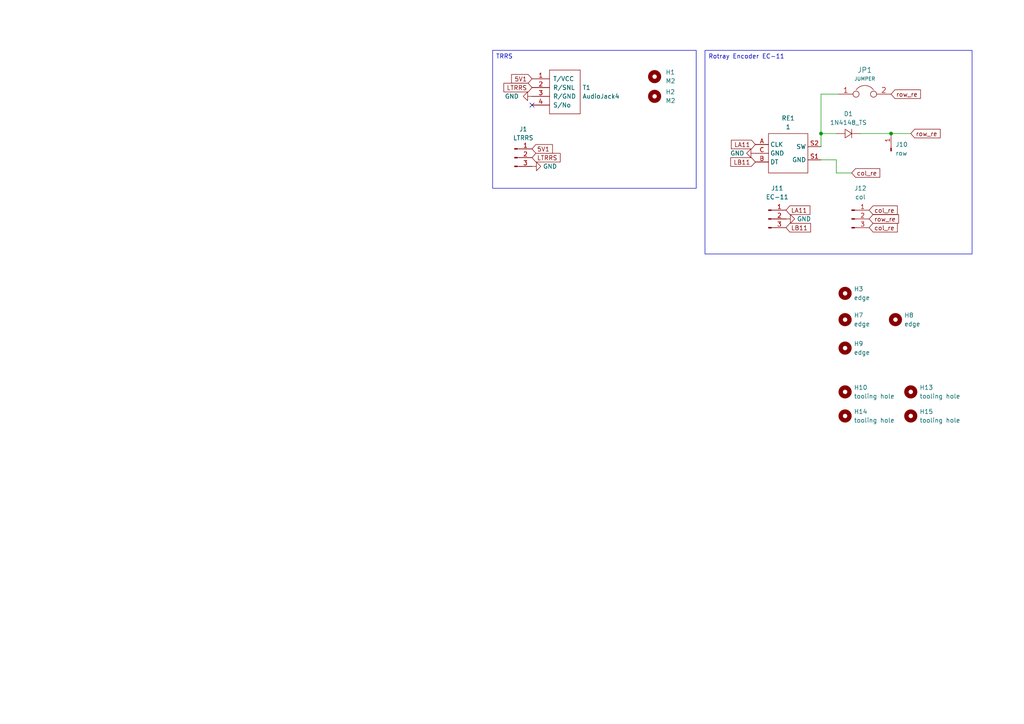
<source format=kicad_sch>
(kicad_sch (version 20230121) (generator eeschema)
  (paper "A4")
  (lib_symbols
    (symbol "Connector:Conn_01x01_Pin" (pin_names (offset 1.016) hide)
      (property "Reference" "J" (at 0 2.54 0))
      (property "Value" "Conn_01x01_Pin" (at 0 -2.54 0))
      (symbol "Conn_01x01_Pin_1_1"
        (polyline (pts (xy 1.27 0) (xy 0.8636 0)) (stroke (width 0.1524)))
        (rectangle (start 0.8636 0.127) (end 0 -0.127) (stroke (width 0.1524)) (fill (type outline)))
        (pin passive line (at 5.08 0 180) (length 3.81) (name "Pin_1") (number "1"))
      )
    )
    (symbol "Connector:Conn_01x03_Pin" (pin_names (offset 1.016) hide)
      (property "Reference" "J" (at 0 5.08 0))
      (property "Value" "Conn_01x03_Pin" (at 0 -5.08 0))
      (symbol "Conn_01x03_Pin_1_1"
        (polyline (pts (xy 1.27 -2.54) (xy 0.8636 -2.54)) (stroke (width 0.1524)))
        (polyline (pts (xy 1.27 0) (xy 0.8636 0)) (stroke (width 0.1524)))
        (polyline (pts (xy 1.27 2.54) (xy 0.8636 2.54)) (stroke (width 0.1524)))
        (rectangle (start 0.8636 -2.413) (end 0 -2.667) (stroke (width 0.1524)) (fill (type outline)))
        (rectangle (start 0.8636 0.127) (end 0 -0.127) (stroke (width 0.1524)) (fill (type outline)))
        (rectangle (start 0.8636 2.667) (end 0 2.413) (stroke (width 0.1524)) (fill (type outline)))
        (pin passive line (at 5.08 2.54 180) (length 3.81) (name "Pin_1") (number "1"))
        (pin passive line (at 5.08 0 180) (length 3.81) (name "Pin_2") (number "2"))
        (pin passive line (at 5.08 -2.54 180) (length 3.81) (name "Pin_3") (number "3"))
      )
    )
    (symbol "DCJACK:JUMPER" (pin_names (offset 0.762) hide)
      (property "Reference" "JP" (at 0 3.81 0))
      (property "Value" "JUMPER" (at 0 -2.032 0))
      (symbol "JUMPER_0_1"
        (circle (center -2.54 0) (radius 0.889))
        (arc (start 2.5146 1.27) (mid 0.0078 2.5097) (end -2.4892 1.27))
        (circle (center 2.54 0) (radius 0.889))
        (pin passive line (at -7.62 0 0) (length 4.191) (name "1") (number "1"))
        (pin passive line (at 7.62 0 180) (length 4.191) (name "2") (number "2"))
      )
    )
    (symbol "DreaM117er_Library:DS_1N4148_TS"
      (property "Reference" "D" (at 0 2.54 0))
      (property "Value" "1N4148_TS" (at 0 -2.54 0))
      (symbol "DS_1N4148_TS_0_1"
        (polyline (pts (xy -1.27 1.27) (xy -1.27 -1.27)))
        (polyline (pts (xy -1.27 0) (xy 0.635 1.27) (xy 0.635 -1.27) (xy -1.27 0)))
      )
      (symbol "DS_1N4148_TS_1_1"
        (pin passive line (at -3.81 0 0) (length 2.54) (name "") (number "1"))
        (pin passive line (at 3.175 0 180) (length 2.54) (name "") (number "2"))
      )
    )
    (symbol "DreaM117er_Library:RotaryEncoder_EC11"
      (property "Reference" "RE" (at 0 10.16 0))
      (property "Value" "EC-11" (at 0 7.62 0))
      (symbol "RotaryEncoder_EC11_0_1"
        (rectangle (start -5.715 5.715) (end 5.715 -5.715))
      )
      (symbol "RotaryEncoder_EC11_1_1"
        (pin input line (at -9.525 2.54 0) (length 3.81) (name "CLK") (number "A"))
        (pin input line (at -9.525 -2.54 0) (length 3.81) (name "DT") (number "B"))
        (pin input line (at -9.525 0 0) (length 3.81) (name "GND") (number "C"))
        (pin input line (at 9.525 -1.905 180) (length 3.81) (name "GND") (number "S1"))
        (pin input line (at 9.525 1.905 180) (length 3.81) (name "SW") (number "S2"))
      )
    )
    (symbol "DreaM117er_Library:TRRS" (pin_names (offset 1.016))
      (property "Reference" "T1" (at -3.81 17.78 0))
      (property "Value" "AudioJack4" (at -3.81 15.24 0))
      (symbol "TRRS_0_1"
        (rectangle (start -3.81 0) (end -3.81 12.7))
        (rectangle (start -3.81 12.7) (end 5.08 12.7))
        (rectangle (start 5.08 0) (end -3.81 0))
        (rectangle (start 5.08 12.7) (end 5.08 0))
      )
      (symbol "TRRS_1_1"
        (pin input line (at -8.89 10.16 0) (length 5.08) (name "T/VCC") (number "1"))
        (pin input line (at -8.89 7.62 0) (length 5.08) (name "R/SNL") (number "2"))
        (pin input line (at -8.89 5.08 0) (length 5.08) (name "R/GND") (number "3"))
        (pin input line (at -8.89 2.54 0) (length 5.08) (name "S/No") (number "4"))
      )
    )
    (symbol "Mechanical:MountingHole" (pin_names (offset 1.016))
      (property "Reference" "H" (at 0 5.08 0))
      (property "Value" "MountingHole" (at 0 3.175 0))
      (symbol "MountingHole_0_1"
        (circle (center 0 0) (radius 1.27) (stroke (width 1.27)))
      )
    )
    (symbol "power:GND" (power) (pin_names (offset 0))
      (property "Value" "GND" (at 0 -3.81 0))
      (symbol "GND_0_1"
        (polyline (pts (xy 0 0) (xy 0 -1.27) (xy 1.27 -1.27) (xy 0 -2.54) (xy -1.27 -1.27) (xy 0 -1.27)))
      )
      (symbol "GND_1_1"
        (pin power_in line (at 0 0 270) (length 0) hide (name "GND") (number "1"))
      )
    )
  )
  (junction (at 238.125 38.735))
  (junction (at 258.445 38.735))
  (no_connect (at 154.305 30.48))
  (wire (pts (xy 243.205 27.305) (xy 238.125 27.305)))
  (wire (pts (xy 238.125 42.545) (xy 238.125 38.735)))
  (wire (pts (xy 242.57 50.165) (xy 247.015 50.165)))
  (wire (pts (xy 238.125 27.305) (xy 238.125 38.735)))
  (wire (pts (xy 238.125 38.735) (xy 242.57 38.735)))
  (wire (pts (xy 249.555 38.735) (xy 258.445 38.735)))
  (wire (pts (xy 242.57 46.355) (xy 242.57 50.165)))
  (wire (pts (xy 238.125 46.355) (xy 242.57 46.355)))
  (wire (pts (xy 258.445 38.735) (xy 264.16 38.735)))
  (text_box "TRRS" (at 142.875 14.605 0) (size 59.055 40.005) (effects (font (size 1.27 1.27)) (justify left top)))
  (text_box "Rotray Encoder EC-11" (at 204.47 14.605 0) (size 77.47 59.055) (effects (font (size 1.27 1.27)) (justify left top)))
  (global_label "row_re" (shape input) (at 264.16 38.735 0) (property "Intersheetrefs" "${INTERSHEET_REFS}" (effects hide)))
  (global_label "LB11" (shape input) (at 227.965 66.04 0) (property "Intersheetrefs" "${INTERSHEET_REFS}" (effects hide)))
  (global_label "LB11" (shape input) (at 219.075 46.99 180) (property "Intersheetrefs" "${INTERSHEET_REFS}" (effects hide)))
  (global_label "row_re" (shape input) (at 252.095 63.5 0) (property "Intersheetrefs" "${INTERSHEET_REFS}" (effects hide)))
  (global_label "5V1" (shape input) (at 154.305 22.86 180) (property "Intersheetrefs" "${INTERSHEET_REFS}" (effects hide)))
  (global_label "LA11" (shape input) (at 219.075 41.91 180) (property "Intersheetrefs" "${INTERSHEET_REFS}" (effects hide)))
  (global_label "LTRRS" (shape input) (at 154.305 25.4 180) (property "Intersheetrefs" "${INTERSHEET_REFS}" (effects hide)))
  (global_label "LA11" (shape input) (at 227.965 60.96 0) (property "Intersheetrefs" "${INTERSHEET_REFS}" (effects hide)))
  (global_label "row_re" (shape input) (at 258.445 27.305 0) (property "Intersheetrefs" "${INTERSHEET_REFS}" (effects hide)))
  (global_label "col_re" (shape input) (at 252.095 60.96 0) (property "Intersheetrefs" "${INTERSHEET_REFS}" (effects hide)))
  (global_label "col_re" (shape input) (at 252.095 66.04 0) (property "Intersheetrefs" "${INTERSHEET_REFS}" (effects hide)))
  (global_label "LTRRS" (shape input) (at 154.305 45.72 0) (property "Intersheetrefs" "${INTERSHEET_REFS}" (effects hide)))
  (global_label "5V1" (shape input) (at 154.305 43.18 0) (property "Intersheetrefs" "${INTERSHEET_REFS}" (effects hide)))
  (global_label "col_re" (shape input) (at 247.015 50.165 0) (property "Intersheetrefs" "${INTERSHEET_REFS}" (effects hide)))
  (symbol (lib_id "Connector:Conn_01x01_Pin") (at 258.445 43.815 90) (unit 1)
    (property "Reference" "J10" (at 259.715 41.91 90) (effects (justify right)))
    (property "Value" "row" (at 259.715 44.45 90) (effects (justify right)))
    (property "Footprint" "DreaM117er-keebLibrary:PinHeader_1x01_P2.54mm_Vertical" (effects hide))
  )
  (symbol (lib_id "power:GND") (at 154.305 48.26 90) (unit 1)
    (property "Reference" "#PWR03" (effects hide))
    (property "Value" "GND" (at 157.48 48.26 90) (effects (justify right)))
  )
  (symbol (lib_id "Mechanical:MountingHole") (at 245.11 92.71 0) (unit 1)
    (property "Reference" "H7" (at 247.65 91.44 0) (effects (justify left)))
    (property "Value" "edge" (at 247.65 93.98 0) (effects (justify left)))
    (property "Footprint" "Marby_kbd_footprint-main:Breakaway_Tabs" (effects hide))
  )
  (symbol (lib_id "Mechanical:MountingHole") (at 264.16 120.65 0) (unit 1)
    (property "Reference" "H15" (at 266.7 119.38 0) (effects (justify left)))
    (property "Value" "tooling hole" (at 266.7 121.92 0) (effects (justify left)))
    (property "Footprint" "Marby_kbd_footprint-main:tooling_hole" (effects hide))
  )
  (symbol (lib_id "Mechanical:MountingHole") (at 189.865 22.225 0) (unit 1)
    (property "Reference" "H1" (at 193.04 20.955 0) (effects (justify left)))
    (property "Value" "M2" (at 193.04 23.495 0) (effects (justify left)))
    (property "Footprint" "MountingHole:MountingHole_2.2mm_M2" (effects hide))
  )
  (symbol (lib_id "power:GND") (at 227.965 63.5 90) (unit 1)
    (property "Reference" "#PWR010" (effects hide))
    (property "Value" "GND" (at 231.14 63.5 90) (effects (justify right)))
  )
  (symbol (lib_id "Connector:Conn_01x03_Pin") (at 149.225 45.72 0) (unit 1)
    (property "Reference" "J1" (at 151.765 37.465 0))
    (property "Value" "LTRRS" (at 151.765 40.005 0))
    (property "Footprint" "DreaM117er-keebLibrary:PinHeader_1x03_P2.54mm_Vertical" (effects hide))
  )
  (symbol (lib_id "Connector:Conn_01x03_Pin") (at 222.885 63.5 0) (unit 1)
    (property "Reference" "J11" (at 225.425 54.61 0))
    (property "Value" "EC-11" (at 225.425 57.15 0))
    (property "Footprint" "DreaM117er-keebLibrary:PinHeader_1x03_P2.54mm_Vertical" (effects hide))
  )
  (symbol (lib_id "Mechanical:MountingHole") (at 245.11 120.65 0) (unit 1)
    (property "Reference" "H14" (at 247.65 119.38 0) (effects (justify left)))
    (property "Value" "tooling hole" (at 247.65 121.92 0) (effects (justify left)))
    (property "Footprint" "Marby_kbd_footprint-main:tooling_hole" (effects hide))
  )
  (symbol (lib_id "DCJACK:JUMPER") (at 250.825 27.305 0) (unit 1)
    (property "Reference" "JP1" (at 250.825 20.32 0) (effects (font (size 1.524 1.524))))
    (property "Value" "JUMPER" (at 250.825 22.86 0) (effects (font (size 1.016 1.016))))
    (property "Footprint" "Jumper:SolderJumper-2_P1.3mm_Open_TrianglePad1.0x1.5mm" (effects hide))
  )
  (symbol (lib_id "Mechanical:MountingHole") (at 245.11 113.665 0) (unit 1)
    (property "Reference" "H10" (at 247.65 112.395 0) (effects (justify left)))
    (property "Value" "tooling hole" (at 247.65 114.935 0) (effects (justify left)))
    (property "Footprint" "Marby_kbd_footprint-main:tooling_hole" (effects hide))
  )
  (symbol (lib_id "Connector:Conn_01x03_Pin") (at 247.015 63.5 0) (unit 1)
    (property "Reference" "J12" (at 249.555 54.61 0))
    (property "Value" "col" (at 249.555 57.15 0))
    (property "Footprint" "DreaM117er-keebLibrary:PinHeader_1x03_P2.54mm_Vertical" (effects hide))
  )
  (symbol (lib_id "Mechanical:MountingHole") (at 245.11 85.09 0) (unit 1)
    (property "Reference" "H3" (at 247.65 83.82 0) (effects (justify left)))
    (property "Value" "edge" (at 247.65 86.36 0) (effects (justify left)))
    (property "Footprint" "Marby_kbd_footprint-main:Breakaway_Tabs" (effects hide))
  )
  (symbol (lib_id "DreaM117er_Library:RotaryEncoder_EC11") (at 228.6 44.45 0) (unit 1)
    (property "Reference" "RE1" (at 228.6 34.29 0))
    (property "Value" "1" (at 228.6 36.83 0))
    (property "Footprint" "DreaM117er-keebLibrary:RotaryEncoder_EC11" (effects hide))
  )
  (symbol (lib_id "Mechanical:MountingHole") (at 264.16 113.665 0) (unit 1)
    (property "Reference" "H13" (at 266.7 112.395 0) (effects (justify left)))
    (property "Value" "tooling hole" (at 266.7 114.935 0) (effects (justify left)))
    (property "Footprint" "Marby_kbd_footprint-main:tooling_hole" (effects hide))
  )
  (symbol (lib_id "DreaM117er_Library:DS_1N4148_TS") (at 245.745 38.735 180) (unit 1)
    (property "Reference" "D1" (at 246.0625 33.02 0))
    (property "Value" "1N4148_TS" (at 246.0625 35.56 0))
    (property "Footprint" "DreaM117er-keebLibrary:D_DO-35_SOD27_P7.62mm_Horizontal" (effects hide))
  )
  (symbol (lib_id "DreaM117er_Library:TRRS") (at 163.195 33.02 0) (unit 1)
    (property "Reference" "T1" (at 168.91 25.4 0) (effects (justify left)))
    (property "Value" "AudioJack4" (at 168.91 27.94 0) (effects (justify left)))
    (property "Footprint" "DreaM117er-keebLibrary:TRRS-PJ-320A, dual side x2" (effects hide))
  )
  (symbol (lib_id "Mechanical:MountingHole") (at 189.865 27.94 0) (unit 1)
    (property "Reference" "H2" (at 193.04 26.67 0) (effects (justify left)))
    (property "Value" "M2" (at 193.04 29.21 0) (effects (justify left)))
    (property "Footprint" "MountingHole:MountingHole_2.2mm_M2" (effects hide))
  )
  (symbol (lib_id "power:GND") (at 219.075 44.45 270) (mirror x) (unit 1)
    (property "Reference" "#PWR012" (effects hide))
    (property "Value" "GND" (at 215.9 44.45 90) (effects (justify right)))
  )
  (symbol (lib_id "Mechanical:MountingHole") (at 245.11 100.965 0) (unit 1)
    (property "Reference" "H9" (at 247.65 99.695 0) (effects (justify left)))
    (property "Value" "edge" (at 247.65 102.235 0) (effects (justify left)))
    (property "Footprint" "Marby_kbd_footprint-main:Breakaway_Tabs" (effects hide))
  )
  (symbol (lib_id "power:GND") (at 154.305 27.94 270) (unit 1)
    (property "Reference" "#PWR02" (effects hide))
    (property "Value" "GND" (at 150.495 27.94 90) (effects (justify right)))
  )
  (symbol (lib_id "Mechanical:MountingHole") (at 259.715 92.71 0) (unit 1)
    (property "Reference" "H8" (at 262.255 91.44 0) (effects (justify left)))
    (property "Value" "edge" (at 262.255 93.98 0) (effects (justify left)))
    (property "Footprint" "Marby_kbd_footprint-main:Breakaway_Tabs" (effects hide))
  )
)
</source>
